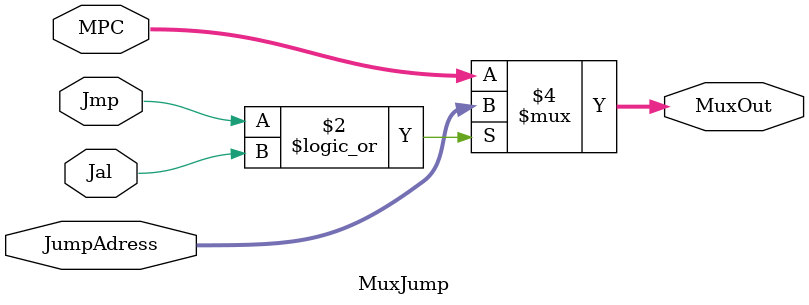
<source format=v>
module MuxJump (MPC, JumpAdress, Jmp, Jal, MuxOut);

	input [31:0] MPC, JumpAdress;
	input Jmp, Jal;
	output reg [31:0] MuxOut;
	
	always@(*)
		begin 
			if (Jmp || Jal)
				MuxOut = JumpAdress;
			else
				MuxOut = MPC;
		end
	
endmodule 
</source>
